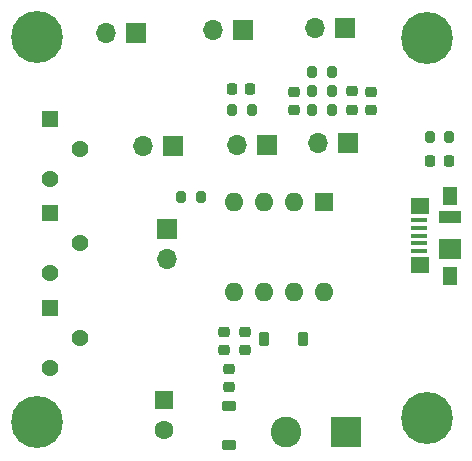
<source format=gbr>
%TF.GenerationSoftware,KiCad,Pcbnew,8.0.5*%
%TF.CreationDate,2024-09-29T15:37:39+05:30*%
%TF.ProjectId,waveform_generator,77617665-666f-4726-9d5f-67656e657261,rev?*%
%TF.SameCoordinates,Original*%
%TF.FileFunction,Soldermask,Top*%
%TF.FilePolarity,Negative*%
%FSLAX46Y46*%
G04 Gerber Fmt 4.6, Leading zero omitted, Abs format (unit mm)*
G04 Created by KiCad (PCBNEW 8.0.5) date 2024-09-29 15:37:39*
%MOMM*%
%LPD*%
G01*
G04 APERTURE LIST*
G04 Aperture macros list*
%AMRoundRect*
0 Rectangle with rounded corners*
0 $1 Rounding radius*
0 $2 $3 $4 $5 $6 $7 $8 $9 X,Y pos of 4 corners*
0 Add a 4 corners polygon primitive as box body*
4,1,4,$2,$3,$4,$5,$6,$7,$8,$9,$2,$3,0*
0 Add four circle primitives for the rounded corners*
1,1,$1+$1,$2,$3*
1,1,$1+$1,$4,$5*
1,1,$1+$1,$6,$7*
1,1,$1+$1,$8,$9*
0 Add four rect primitives between the rounded corners*
20,1,$1+$1,$2,$3,$4,$5,0*
20,1,$1+$1,$4,$5,$6,$7,0*
20,1,$1+$1,$6,$7,$8,$9,0*
20,1,$1+$1,$8,$9,$2,$3,0*%
G04 Aperture macros list end*
%ADD10RoundRect,0.225000X-0.250000X0.225000X-0.250000X-0.225000X0.250000X-0.225000X0.250000X0.225000X0*%
%ADD11R,2.600000X2.600000*%
%ADD12C,2.600000*%
%ADD13C,0.700000*%
%ADD14C,4.400000*%
%ADD15R,1.700000X1.700000*%
%ADD16O,1.700000X1.700000*%
%ADD17RoundRect,0.218750X0.256250X-0.218750X0.256250X0.218750X-0.256250X0.218750X-0.256250X-0.218750X0*%
%ADD18RoundRect,0.200000X-0.200000X-0.275000X0.200000X-0.275000X0.200000X0.275000X-0.200000X0.275000X0*%
%ADD19RoundRect,0.225000X-0.225000X-0.250000X0.225000X-0.250000X0.225000X0.250000X-0.225000X0.250000X0*%
%ADD20RoundRect,0.102000X-0.611000X0.611000X-0.611000X-0.611000X0.611000X-0.611000X0.611000X0.611000X0*%
%ADD21C,1.426000*%
%ADD22R,1.600000X1.600000*%
%ADD23O,1.600000X1.600000*%
%ADD24R,1.380000X0.450000*%
%ADD25R,1.300000X1.650000*%
%ADD26R,1.550000X1.425000*%
%ADD27R,1.900000X1.800000*%
%ADD28R,1.900000X1.000000*%
%ADD29RoundRect,0.200000X0.200000X0.275000X-0.200000X0.275000X-0.200000X-0.275000X0.200000X-0.275000X0*%
%ADD30RoundRect,0.225000X-0.225000X-0.375000X0.225000X-0.375000X0.225000X0.375000X-0.225000X0.375000X0*%
%ADD31RoundRect,0.225000X-0.375000X0.225000X-0.375000X-0.225000X0.375000X-0.225000X0.375000X0.225000X0*%
%ADD32C,1.600000*%
%ADD33RoundRect,0.218750X-0.218750X-0.256250X0.218750X-0.256250X0.218750X0.256250X-0.218750X0.256250X0*%
G04 APERTURE END LIST*
D10*
%TO.C,C5*%
X211600000Y-58150000D03*
X211600000Y-59700000D03*
%TD*%
D11*
%TO.C,J4*%
X209500000Y-87000000D03*
D12*
X204420000Y-87000000D03*
%TD*%
D10*
%TO.C,C2*%
X200900000Y-78500000D03*
X200900000Y-80050000D03*
%TD*%
D13*
%TO.C,H4*%
X181700000Y-86166726D03*
X182183274Y-85000000D03*
X182183274Y-87333452D03*
X183350000Y-84516726D03*
D14*
X183350000Y-86166726D03*
D13*
X183350000Y-87816726D03*
X184516726Y-85000000D03*
X184516726Y-87333452D03*
X185000000Y-86166726D03*
%TD*%
D10*
%TO.C,C6*%
X210000000Y-58125000D03*
X210000000Y-59675000D03*
%TD*%
D15*
%TO.C,JP4*%
X209640000Y-62500000D03*
D16*
X207100000Y-62500000D03*
%TD*%
D15*
%TO.C,J1*%
X191675000Y-53200000D03*
D16*
X189135000Y-53200000D03*
%TD*%
D17*
%TO.C,C8*%
X199600000Y-83175000D03*
X199600000Y-81600000D03*
%TD*%
D18*
%TO.C,R5*%
X206650000Y-56500000D03*
X208300000Y-56500000D03*
%TD*%
D19*
%TO.C,C3*%
X199850000Y-57900000D03*
X201400000Y-57900000D03*
%TD*%
D18*
%TO.C,R6*%
X216575000Y-62000000D03*
X218225000Y-62000000D03*
%TD*%
D15*
%TO.C,J2*%
X200800000Y-52900000D03*
D16*
X198260000Y-52900000D03*
%TD*%
D10*
%TO.C,C1*%
X199200000Y-78500000D03*
X199200000Y-80050000D03*
%TD*%
D20*
%TO.C,RV4*%
X184460000Y-76460000D03*
D21*
X187000000Y-79000000D03*
X184460000Y-81540000D03*
%TD*%
D22*
%TO.C,U1*%
X207600000Y-67500000D03*
D23*
X205060000Y-67500000D03*
X202520000Y-67500000D03*
X199980000Y-67500000D03*
X199980000Y-75120000D03*
X202520000Y-75120000D03*
X205060000Y-75120000D03*
X207600000Y-75120000D03*
%TD*%
D10*
%TO.C,C4*%
X205100000Y-58150000D03*
X205100000Y-59700000D03*
%TD*%
D13*
%TO.C,H2*%
X214683274Y-85766726D03*
X215166548Y-84600000D03*
X215166548Y-86933452D03*
X216333274Y-84116726D03*
D14*
X216333274Y-85766726D03*
D13*
X216333274Y-87416726D03*
X217500000Y-84600000D03*
X217500000Y-86933452D03*
X217983274Y-85766726D03*
%TD*%
D20*
%TO.C,RV2*%
X184460000Y-68460000D03*
D21*
X187000000Y-71000000D03*
X184460000Y-73540000D03*
%TD*%
D24*
%TO.C,J5*%
X215640000Y-71650000D03*
X215640000Y-71000000D03*
X215640000Y-70350000D03*
X215640000Y-69700000D03*
X215640000Y-69050000D03*
D25*
X218300000Y-73725000D03*
D26*
X215725000Y-72837500D03*
D27*
X218300000Y-71500000D03*
D28*
X218300000Y-68800000D03*
D26*
X215725000Y-67862500D03*
D25*
X218300000Y-66975000D03*
%TD*%
D29*
%TO.C,R4*%
X208300000Y-58100000D03*
X206650000Y-58100000D03*
%TD*%
%TO.C,R2*%
X201500000Y-59700000D03*
X199850000Y-59700000D03*
%TD*%
D15*
%TO.C,JP2*%
X194875000Y-62800000D03*
D16*
X192335000Y-62800000D03*
%TD*%
D30*
%TO.C,D2*%
X202550000Y-79100000D03*
X205850000Y-79100000D03*
%TD*%
D31*
%TO.C,D1*%
X199600000Y-84750000D03*
X199600000Y-88050000D03*
%TD*%
D20*
%TO.C,RV1*%
X184460000Y-60460000D03*
D21*
X187000000Y-63000000D03*
X184460000Y-65540000D03*
%TD*%
D15*
%TO.C,JP3*%
X202800000Y-62700000D03*
D16*
X200260000Y-62700000D03*
%TD*%
D18*
%TO.C,R3*%
X206650000Y-59700000D03*
X208300000Y-59700000D03*
%TD*%
D22*
%TO.C,C7*%
X194100000Y-84294888D03*
D32*
X194100000Y-86794888D03*
%TD*%
D13*
%TO.C,H1*%
X181716726Y-53533274D03*
X182200000Y-52366548D03*
X182200000Y-54700000D03*
X183366726Y-51883274D03*
D14*
X183366726Y-53533274D03*
D13*
X183366726Y-55183274D03*
X184533452Y-52366548D03*
X184533452Y-54700000D03*
X185016726Y-53533274D03*
%TD*%
D33*
%TO.C,D3*%
X216612500Y-64000000D03*
X218187500Y-64000000D03*
%TD*%
D15*
%TO.C,JP1*%
X194300000Y-69760000D03*
D16*
X194300000Y-72300000D03*
%TD*%
D15*
%TO.C,J3*%
X209400000Y-52800000D03*
D16*
X206860000Y-52800000D03*
%TD*%
D13*
%TO.C,H3*%
X214700000Y-53600000D03*
X215183274Y-52433274D03*
X215183274Y-54766726D03*
X216350000Y-51950000D03*
D14*
X216350000Y-53600000D03*
D13*
X216350000Y-55250000D03*
X217516726Y-52433274D03*
X217516726Y-54766726D03*
X218000000Y-53600000D03*
%TD*%
D29*
%TO.C,R1*%
X197200000Y-67100000D03*
X195550000Y-67100000D03*
%TD*%
M02*

</source>
